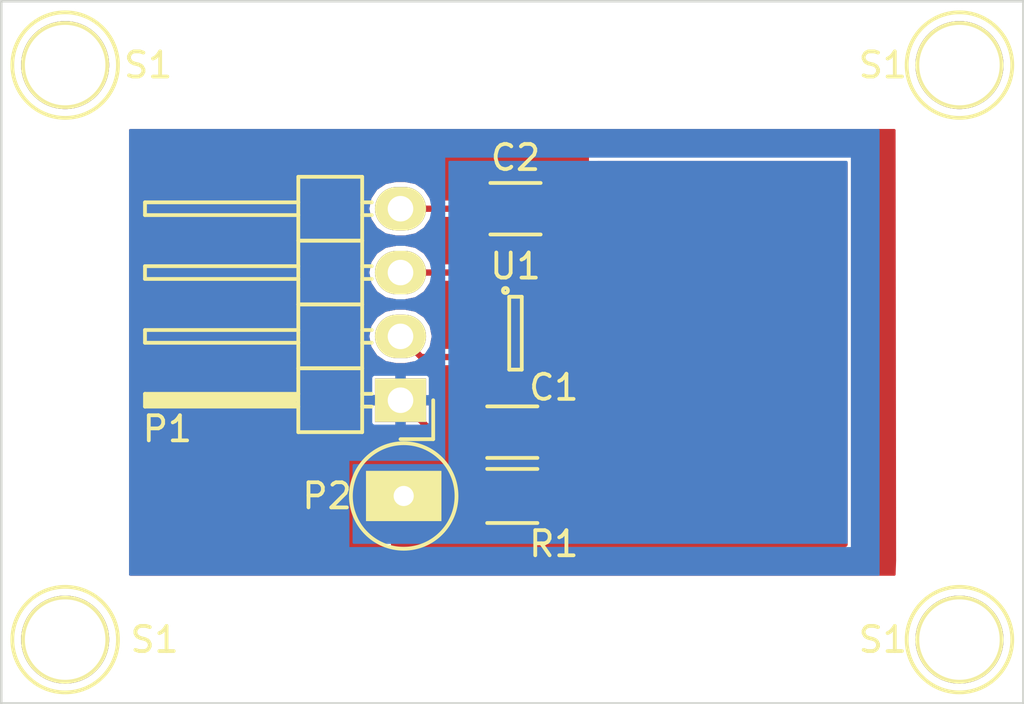
<source format=kicad_pcb>
(kicad_pcb (version 4) (host pcbnew 4.0.2+dfsg1-stable)

  (general
    (links 11)
    (no_connects 0)
    (area 15.189999 15.189999 55.930001 43.230001)
    (thickness 1.6)
    (drawings 4)
    (tracks 24)
    (zones 0)
    (modules 10)
    (nets 7)
  )

  (page A4)
  (title_block
    (title "Capasitive sensor for fpga")
    (date 2017-01-21)
    (rev 0,1)
    (company Holotronic)
  )

  (layers
    (0 F.Cu signal)
    (31 B.Cu signal hide)
    (32 B.Adhes user)
    (33 F.Adhes user)
    (34 B.Paste user)
    (35 F.Paste user)
    (36 B.SilkS user)
    (37 F.SilkS user)
    (38 B.Mask user)
    (39 F.Mask user)
    (40 Dwgs.User user)
    (41 Cmts.User user)
    (42 Eco1.User user)
    (43 Eco2.User user)
    (44 Edge.Cuts user)
    (45 Margin user)
    (46 B.CrtYd user)
    (47 F.CrtYd user)
    (48 B.Fab user)
    (49 F.Fab user)
  )

  (setup
    (last_trace_width 0.25)
    (trace_clearance 0.2)
    (zone_clearance 0.1)
    (zone_45_only no)
    (trace_min 0.2)
    (segment_width 0.2)
    (edge_width 0.1)
    (via_size 0.6)
    (via_drill 0.4)
    (via_min_size 0.4)
    (via_min_drill 0.3)
    (uvia_size 0.3)
    (uvia_drill 0.1)
    (uvias_allowed no)
    (uvia_min_size 0.2)
    (uvia_min_drill 0.1)
    (pcb_text_width 0.3)
    (pcb_text_size 1.5 1.5)
    (mod_edge_width 0.15)
    (mod_text_size 1 1)
    (mod_text_width 0.15)
    (pad_size 4.064 4.064)
    (pad_drill 0.8)
    (pad_to_mask_clearance 0)
    (aux_axis_origin -54.61 67.31)
    (visible_elements FFFFFFFF)
    (pcbplotparams
      (layerselection 0x01000_80000001)
      (usegerberextensions false)
      (excludeedgelayer true)
      (linewidth 0.100000)
      (plotframeref false)
      (viasonmask false)
      (mode 1)
      (useauxorigin true)
      (hpglpennumber 1)
      (hpglpenspeed 20)
      (hpglpendiameter 15)
      (hpglpenoverlay 2)
      (psnegative false)
      (psa4output false)
      (plotreference false)
      (plotvalue false)
      (plotinvisibletext false)
      (padsonsilk false)
      (subtractmaskfromsilk false)
      (outputformat 1)
      (mirror false)
      (drillshape 0)
      (scaleselection 1)
      (outputdirectory gerbers/))
  )

  (net 0 "")
  (net 1 "Net-(C1-Pad1)")
  (net 2 GND)
  (net 3 VCC)
  (net 4 "Net-(P1-Pad2)")
  (net 5 "Net-(P1-Pad3)")
  (net 6 "Net-(R1-Pad2)")

  (net_class Default "This is the default net class."
    (clearance 0.2)
    (trace_width 0.25)
    (via_dia 0.6)
    (via_drill 0.4)
    (uvia_dia 0.3)
    (uvia_drill 0.1)
    (add_net GND)
    (add_net "Net-(C1-Pad1)")
    (add_net "Net-(P1-Pad2)")
    (add_net "Net-(P1-Pad3)")
    (add_net "Net-(R1-Pad2)")
    (add_net VCC)
  )

  (module touch:Screw_3mm (layer F.Cu) (tedit 587E1DBC) (tstamp 587E19E8)
    (at 17.78 17.78)
    (descr "module 1 pin (ou trou mecanique de percage)")
    (tags DEV)
    (path /587DAB5C)
    (fp_text reference S1 (at 3.302 0) (layer F.SilkS)
      (effects (font (size 1 1) (thickness 0.15)))
    )
    (fp_text value Screw (at -0.254 3.048) (layer F.Fab)
      (effects (font (size 1 1) (thickness 0.15)))
    )
    (fp_line (start 1 0) (end -1 0) (layer F.SilkS) (width 0.15))
    (fp_line (start 0 -1) (end 0 1) (layer F.SilkS) (width 0.15))
    (fp_circle (center 0 0) (end 0 -2.1) (layer F.SilkS) (width 0.15))
    (pad 1 thru_hole circle (at 0 0) (size 3.5 3.5) (drill 3.2) (layers *.Cu *.Mask F.SilkS))
  )

  (module touch:Screw_3mm (layer F.Cu) (tedit 587E1DA9) (tstamp 587E1A06)
    (at 53.34 40.64)
    (descr "module 1 pin (ou trou mecanique de percage)")
    (tags DEV)
    (path /587DAB5C)
    (fp_text reference S1 (at -3.048 0) (layer F.SilkS)
      (effects (font (size 1 1) (thickness 0.15)))
    )
    (fp_text value Screw (at 0 -3.048) (layer F.Fab)
      (effects (font (size 1 1) (thickness 0.15)))
    )
    (fp_line (start 1 0) (end -1 0) (layer F.SilkS) (width 0.15))
    (fp_line (start 0 -1) (end 0 1) (layer F.SilkS) (width 0.15))
    (fp_circle (center 0 0) (end 0 -2.1) (layer F.SilkS) (width 0.15))
    (pad 1 thru_hole circle (at 0 0) (size 3.5 3.5) (drill 3.2) (layers *.Cu *.Mask F.SilkS))
  )

  (module touch:Screw_3mm (layer F.Cu) (tedit 587E1D94) (tstamp 587E19FF)
    (at 53.34 17.78)
    (descr "module 1 pin (ou trou mecanique de percage)")
    (tags DEV)
    (path /587DAB5C)
    (fp_text reference S1 (at -3.048 0) (layer F.SilkS)
      (effects (font (size 1 1) (thickness 0.15)))
    )
    (fp_text value Screw (at 0 3.048) (layer F.Fab)
      (effects (font (size 1 1) (thickness 0.15)))
    )
    (fp_line (start 1 0) (end -1 0) (layer F.SilkS) (width 0.15))
    (fp_line (start 0 -1) (end 0 1) (layer F.SilkS) (width 0.15))
    (fp_circle (center 0 0) (end 0 -2.1) (layer F.SilkS) (width 0.15))
    (pad 1 thru_hole circle (at 0 0) (size 3.5 3.5) (drill 3.2) (layers *.Cu *.Mask F.SilkS))
  )

  (module touch:Screw_3mm (layer F.Cu) (tedit 587E1DC3) (tstamp 587E19F4)
    (at 17.78 40.64)
    (descr "module 1 pin (ou trou mecanique de percage)")
    (tags DEV)
    (path /587DAB5C)
    (fp_text reference S1 (at 3.556 0) (layer F.SilkS)
      (effects (font (size 1 1) (thickness 0.15)))
    )
    (fp_text value Screw (at -0.254 -3.048) (layer F.Fab)
      (effects (font (size 1 1) (thickness 0.15)))
    )
    (fp_line (start 1 0) (end -1 0) (layer F.SilkS) (width 0.15))
    (fp_line (start 0 -1) (end 0 1) (layer F.SilkS) (width 0.15))
    (fp_circle (center 0 0) (end 0 -2.1) (layer F.SilkS) (width 0.15))
    (pad 1 thru_hole circle (at 0 0) (size 3.5 3.5) (drill 3.2) (layers *.Cu *.Mask F.SilkS))
  )

  (module Capacitors_SMD:C_1206 (layer F.Cu) (tedit 5883752C) (tstamp 587DB0B4)
    (at 35.56 32.385 180)
    (descr "Capacitor SMD 1206, reflow soldering, AVX (see smccp.pdf)")
    (tags "capacitor 1206")
    (path /587DABD1)
    (attr smd)
    (fp_text reference C1 (at -1.651 1.778 180) (layer F.SilkS)
      (effects (font (size 1 1) (thickness 0.15)))
    )
    (fp_text value 10p (at -3.302 -0.127 180) (layer F.Fab)
      (effects (font (size 1 1) (thickness 0.15)))
    )
    (fp_line (start -2.3 -1.15) (end 2.3 -1.15) (layer F.CrtYd) (width 0.05))
    (fp_line (start -2.3 1.15) (end 2.3 1.15) (layer F.CrtYd) (width 0.05))
    (fp_line (start -2.3 -1.15) (end -2.3 1.15) (layer F.CrtYd) (width 0.05))
    (fp_line (start 2.3 -1.15) (end 2.3 1.15) (layer F.CrtYd) (width 0.05))
    (fp_line (start 1 -1.025) (end -1 -1.025) (layer F.SilkS) (width 0.15))
    (fp_line (start -1 1.025) (end 1 1.025) (layer F.SilkS) (width 0.15))
    (pad 1 smd rect (at -1.5 0 180) (size 1 1.6) (layers F.Cu F.Paste F.Mask)
      (net 1 "Net-(C1-Pad1)"))
    (pad 2 smd rect (at 1.5 0 180) (size 1 1.6) (layers F.Cu F.Paste F.Mask)
      (net 2 GND))
    (model Capacitors_SMD.3dshapes/C_1206.wrl
      (at (xyz 0 0 0))
      (scale (xyz 1 1 1))
      (rotate (xyz 0 0 0))
    )
  )

  (module Capacitors_SMD:C_1206 (layer F.Cu) (tedit 58836FAB) (tstamp 587DB0BA)
    (at 35.687 23.495)
    (descr "Capacitor SMD 1206, reflow soldering, AVX (see smccp.pdf)")
    (tags "capacitor 1206")
    (path /587D87A0)
    (attr smd)
    (fp_text reference C2 (at 0 -2.032) (layer F.SilkS)
      (effects (font (size 1 1) (thickness 0.15)))
    )
    (fp_text value 0,1u (at 2.794 -2.413) (layer F.Fab)
      (effects (font (size 1 1) (thickness 0.15)))
    )
    (fp_line (start -2.3 -1.15) (end 2.3 -1.15) (layer F.CrtYd) (width 0.05))
    (fp_line (start -2.3 1.15) (end 2.3 1.15) (layer F.CrtYd) (width 0.05))
    (fp_line (start -2.3 -1.15) (end -2.3 1.15) (layer F.CrtYd) (width 0.05))
    (fp_line (start 2.3 -1.15) (end 2.3 1.15) (layer F.CrtYd) (width 0.05))
    (fp_line (start 1 -1.025) (end -1 -1.025) (layer F.SilkS) (width 0.15))
    (fp_line (start -1 1.025) (end 1 1.025) (layer F.SilkS) (width 0.15))
    (pad 1 smd rect (at -1.5 0) (size 1 1.6) (layers F.Cu F.Paste F.Mask)
      (net 3 VCC))
    (pad 2 smd rect (at 1.5 0) (size 1 1.6) (layers F.Cu F.Paste F.Mask)
      (net 2 GND))
    (model Capacitors_SMD.3dshapes/C_1206.wrl
      (at (xyz 0 0 0))
      (scale (xyz 1 1 1))
      (rotate (xyz 0 0 0))
    )
  )

  (module Resistors_SMD:R_1206 (layer F.Cu) (tedit 58837545) (tstamp 587DB0CD)
    (at 35.56 34.925)
    (descr "Resistor SMD 1206, reflow soldering, Vishay (see dcrcw.pdf)")
    (tags "resistor 1206")
    (path /587DAB17)
    (attr smd)
    (fp_text reference R1 (at 1.651 1.905) (layer F.SilkS)
      (effects (font (size 1 1) (thickness 0.15)))
    )
    (fp_text value 2k (at 3.302 0.127) (layer F.Fab)
      (effects (font (size 1 1) (thickness 0.15)))
    )
    (fp_line (start -2.2 -1.2) (end 2.2 -1.2) (layer F.CrtYd) (width 0.05))
    (fp_line (start -2.2 1.2) (end 2.2 1.2) (layer F.CrtYd) (width 0.05))
    (fp_line (start -2.2 -1.2) (end -2.2 1.2) (layer F.CrtYd) (width 0.05))
    (fp_line (start 2.2 -1.2) (end 2.2 1.2) (layer F.CrtYd) (width 0.05))
    (fp_line (start 1 1.075) (end -1 1.075) (layer F.SilkS) (width 0.15))
    (fp_line (start -1 -1.075) (end 1 -1.075) (layer F.SilkS) (width 0.15))
    (pad 1 smd rect (at -1.45 0) (size 0.9 1.7) (layers F.Cu F.Paste F.Mask)
      (net 1 "Net-(C1-Pad1)"))
    (pad 2 smd rect (at 1.45 0) (size 0.9 1.7) (layers F.Cu F.Paste F.Mask)
      (net 6 "Net-(R1-Pad2)"))
    (model Resistors_SMD.3dshapes/R_1206.wrl
      (at (xyz 0 0 0))
      (scale (xyz 1 1 1))
      (rotate (xyz 0 0 0))
    )
  )

  (module TO_SOT_Packages_SMD:SOT-23-6 (layer F.Cu) (tedit 58836FBC) (tstamp 587DB167)
    (at 35.687 28.448)
    (descr "6-pin SOT-23 package")
    (tags SOT-23-6)
    (path /587D8557)
    (attr smd)
    (fp_text reference U1 (at 0 -2.667) (layer F.SilkS)
      (effects (font (size 1 1) (thickness 0.15)))
    )
    (fp_text value 74LVC2G17 (at 1.524 -1.524 180) (layer F.Fab)
      (effects (font (size 1 1) (thickness 0.15)))
    )
    (fp_circle (center -0.4 -1.7) (end -0.3 -1.7) (layer F.SilkS) (width 0.15))
    (fp_line (start 0.25 -1.45) (end -0.25 -1.45) (layer F.SilkS) (width 0.15))
    (fp_line (start 0.25 1.45) (end 0.25 -1.45) (layer F.SilkS) (width 0.15))
    (fp_line (start -0.25 1.45) (end 0.25 1.45) (layer F.SilkS) (width 0.15))
    (fp_line (start -0.25 -1.45) (end -0.25 1.45) (layer F.SilkS) (width 0.15))
    (pad 1 smd rect (at -1.1 -0.95) (size 1.06 0.65) (layers F.Cu F.Paste F.Mask)
      (net 1 "Net-(C1-Pad1)"))
    (pad 2 smd rect (at -1.1 0) (size 1.06 0.65) (layers F.Cu F.Paste F.Mask)
      (net 2 GND))
    (pad 3 smd rect (at -1.1 0.95) (size 1.06 0.65) (layers F.Cu F.Paste F.Mask)
      (net 4 "Net-(P1-Pad2)"))
    (pad 4 smd rect (at 1.1 0.95) (size 1.06 0.65) (layers F.Cu F.Paste F.Mask)
      (net 6 "Net-(R1-Pad2)"))
    (pad 6 smd rect (at 1.1 -0.95) (size 1.06 0.65) (layers F.Cu F.Paste F.Mask)
      (net 5 "Net-(P1-Pad3)"))
    (pad 5 smd rect (at 1.1 0) (size 1.06 0.65) (layers F.Cu F.Paste F.Mask)
      (net 3 VCC))
    (model TO_SOT_Packages_SMD.3dshapes/SOT-23-6.wrl
      (at (xyz 0 0 0))
      (scale (xyz 1 1 1))
      (rotate (xyz 0 0 0))
    )
  )

  (module Fuses:1pin_pad_s (layer F.Cu) (tedit 587E3646) (tstamp 587DEA43)
    (at 31.242 34.925)
    (descr "module 1 pin (ou trou mecanique de percage)")
    (tags DEV)
    (path /587DAB5C)
    (fp_text reference P2 (at -3.048 0) (layer F.SilkS)
      (effects (font (size 1 1) (thickness 0.15)))
    )
    (fp_text value Sense_Pad (at 12.827 -5.461) (layer F.Fab)
      (effects (font (size 1 1) (thickness 0.15)))
    )
    (fp_circle (center 0 0) (end 0 -2.1) (layer F.SilkS) (width 0.15))
    (pad 1 thru_hole rect (at 0 0) (size 3 2) (drill 0.8) (layers *.Cu *.Mask F.SilkS)
      (net 1 "Net-(C1-Pad1)"))
  )

  (module Pin_Headers:Pin_Header_Angled_1x04 (layer F.Cu) (tedit 587E35ED) (tstamp 587E14FC)
    (at 31.115 31.115 180)
    (descr "Through hole pin header")
    (tags "pin header")
    (path /587DACE7)
    (fp_text reference P1 (at 9.271 -1.143 180) (layer F.SilkS)
      (effects (font (size 1 1) (thickness 0.15)))
    )
    (fp_text value CONN_01X04 (at 4.064 10.16 180) (layer F.Fab)
      (effects (font (size 1 1) (thickness 0.15)))
    )
    (fp_line (start -1.5 -1.75) (end -1.5 9.4) (layer F.CrtYd) (width 0.05))
    (fp_line (start 10.65 -1.75) (end 10.65 9.4) (layer F.CrtYd) (width 0.05))
    (fp_line (start -1.5 -1.75) (end 10.65 -1.75) (layer F.CrtYd) (width 0.05))
    (fp_line (start -1.5 9.4) (end 10.65 9.4) (layer F.CrtYd) (width 0.05))
    (fp_line (start -1.3 -1.55) (end -1.3 0) (layer F.SilkS) (width 0.15))
    (fp_line (start 0 -1.55) (end -1.3 -1.55) (layer F.SilkS) (width 0.15))
    (fp_line (start 4.191 -0.127) (end 10.033 -0.127) (layer F.SilkS) (width 0.15))
    (fp_line (start 10.033 -0.127) (end 10.033 0.127) (layer F.SilkS) (width 0.15))
    (fp_line (start 10.033 0.127) (end 4.191 0.127) (layer F.SilkS) (width 0.15))
    (fp_line (start 4.191 0.127) (end 4.191 0) (layer F.SilkS) (width 0.15))
    (fp_line (start 4.191 0) (end 10.033 0) (layer F.SilkS) (width 0.15))
    (fp_line (start 1.524 -0.254) (end 1.143 -0.254) (layer F.SilkS) (width 0.15))
    (fp_line (start 1.524 0.254) (end 1.143 0.254) (layer F.SilkS) (width 0.15))
    (fp_line (start 1.524 2.286) (end 1.143 2.286) (layer F.SilkS) (width 0.15))
    (fp_line (start 1.524 2.794) (end 1.143 2.794) (layer F.SilkS) (width 0.15))
    (fp_line (start 1.524 4.826) (end 1.143 4.826) (layer F.SilkS) (width 0.15))
    (fp_line (start 1.524 5.334) (end 1.143 5.334) (layer F.SilkS) (width 0.15))
    (fp_line (start 1.524 7.874) (end 1.143 7.874) (layer F.SilkS) (width 0.15))
    (fp_line (start 1.524 7.366) (end 1.143 7.366) (layer F.SilkS) (width 0.15))
    (fp_line (start 1.524 -1.27) (end 4.064 -1.27) (layer F.SilkS) (width 0.15))
    (fp_line (start 1.524 1.27) (end 4.064 1.27) (layer F.SilkS) (width 0.15))
    (fp_line (start 1.524 1.27) (end 1.524 3.81) (layer F.SilkS) (width 0.15))
    (fp_line (start 1.524 3.81) (end 4.064 3.81) (layer F.SilkS) (width 0.15))
    (fp_line (start 4.064 2.286) (end 10.16 2.286) (layer F.SilkS) (width 0.15))
    (fp_line (start 10.16 2.286) (end 10.16 2.794) (layer F.SilkS) (width 0.15))
    (fp_line (start 10.16 2.794) (end 4.064 2.794) (layer F.SilkS) (width 0.15))
    (fp_line (start 4.064 3.81) (end 4.064 1.27) (layer F.SilkS) (width 0.15))
    (fp_line (start 4.064 1.27) (end 4.064 -1.27) (layer F.SilkS) (width 0.15))
    (fp_line (start 10.16 0.254) (end 4.064 0.254) (layer F.SilkS) (width 0.15))
    (fp_line (start 10.16 -0.254) (end 10.16 0.254) (layer F.SilkS) (width 0.15))
    (fp_line (start 4.064 -0.254) (end 10.16 -0.254) (layer F.SilkS) (width 0.15))
    (fp_line (start 1.524 1.27) (end 4.064 1.27) (layer F.SilkS) (width 0.15))
    (fp_line (start 1.524 -1.27) (end 1.524 1.27) (layer F.SilkS) (width 0.15))
    (fp_line (start 1.524 6.35) (end 4.064 6.35) (layer F.SilkS) (width 0.15))
    (fp_line (start 1.524 6.35) (end 1.524 8.89) (layer F.SilkS) (width 0.15))
    (fp_line (start 1.524 8.89) (end 4.064 8.89) (layer F.SilkS) (width 0.15))
    (fp_line (start 4.064 7.366) (end 10.16 7.366) (layer F.SilkS) (width 0.15))
    (fp_line (start 10.16 7.366) (end 10.16 7.874) (layer F.SilkS) (width 0.15))
    (fp_line (start 10.16 7.874) (end 4.064 7.874) (layer F.SilkS) (width 0.15))
    (fp_line (start 4.064 8.89) (end 4.064 6.35) (layer F.SilkS) (width 0.15))
    (fp_line (start 4.064 6.35) (end 4.064 3.81) (layer F.SilkS) (width 0.15))
    (fp_line (start 10.16 5.334) (end 4.064 5.334) (layer F.SilkS) (width 0.15))
    (fp_line (start 10.16 4.826) (end 10.16 5.334) (layer F.SilkS) (width 0.15))
    (fp_line (start 4.064 4.826) (end 10.16 4.826) (layer F.SilkS) (width 0.15))
    (fp_line (start 1.524 6.35) (end 4.064 6.35) (layer F.SilkS) (width 0.15))
    (fp_line (start 1.524 3.81) (end 1.524 6.35) (layer F.SilkS) (width 0.15))
    (fp_line (start 1.524 3.81) (end 4.064 3.81) (layer F.SilkS) (width 0.15))
    (pad 1 thru_hole rect (at 0 0 180) (size 2.032 1.7272) (drill 1.016) (layers *.Cu *.Mask F.SilkS)
      (net 2 GND))
    (pad 2 thru_hole oval (at 0 2.54 180) (size 2.032 1.7272) (drill 1.016) (layers *.Cu *.Mask F.SilkS)
      (net 4 "Net-(P1-Pad2)"))
    (pad 3 thru_hole oval (at 0 5.08 180) (size 2.032 1.7272) (drill 1.016) (layers *.Cu *.Mask F.SilkS)
      (net 5 "Net-(P1-Pad3)"))
    (pad 4 thru_hole oval (at 0 7.62 180) (size 2.032 1.7272) (drill 1.016) (layers *.Cu *.Mask F.SilkS)
      (net 3 VCC))
    (model Pin_Headers.3dshapes/Pin_Header_Angled_1x04.wrl
      (at (xyz 0 -0.15 0))
      (scale (xyz 1 1 1))
      (rotate (xyz 0 0 90))
    )
  )

  (gr_line (start 55.88 15.24) (end 15.24 15.24) (angle 90) (layer Edge.Cuts) (width 0.1))
  (gr_line (start 55.88 43.18) (end 55.88 15.24) (angle 90) (layer Edge.Cuts) (width 0.1))
  (gr_line (start 15.24 43.18) (end 55.88 43.18) (angle 90) (layer Edge.Cuts) (width 0.1))
  (gr_line (start 15.24 15.24) (end 15.24 43.18) (angle 90) (layer Edge.Cuts) (width 0.1))

  (segment (start 34.11 34.925) (end 34.11 34.573) (width 0.25) (layer F.Cu) (net 1) (status 30))
  (segment (start 34.11 34.573) (end 37.06 32.385) (width 0.25) (layer F.Cu) (net 1) (tstamp 587DC15F) (status 20))
  (segment (start 31.242 34.925) (end 34.11 34.925) (width 0.25) (layer F.Cu) (net 1) (status 10))
  (segment (start 34.587 27.498) (end 35.4482 27.498) (width 0.25) (layer F.Cu) (net 1))
  (segment (start 35.687 29.742) (end 37.06 32.385) (width 0.25) (layer F.Cu) (net 1) (tstamp 587DB815) (status 20))
  (segment (start 35.687 27.7368) (end 35.687 29.742) (width 0.25) (layer F.Cu) (net 1) (tstamp 587DB808))
  (segment (start 35.4482 27.498) (end 35.687 27.7368) (width 0.25) (layer F.Cu) (net 1) (tstamp 587DB800))
  (segment (start 31.115 31.115) (end 32.385 32.385) (width 0.25) (layer F.Cu) (net 2))
  (segment (start 32.385 32.385) (end 34.06 32.385) (width 0.25) (layer F.Cu) (net 2) (tstamp 587E15BB))
  (segment (start 34.46 28.321) (end 34.587 28.448) (width 0.25) (layer F.Cu) (net 2) (tstamp 587DE086))
  (segment (start 36.787 28.448) (end 37.719 28.448) (width 0.25) (layer F.Cu) (net 3))
  (segment (start 37.9476 26.1126) (end 34.187 23.495) (width 0.25) (layer F.Cu) (net 3) (tstamp 587DB7AA) (status 20))
  (segment (start 37.9476 28.2194) (end 37.9476 26.1126) (width 0.25) (layer F.Cu) (net 3) (tstamp 587DB7A3))
  (segment (start 37.719 28.448) (end 37.9476 28.2194) (width 0.25) (layer F.Cu) (net 3) (tstamp 587DB796))
  (segment (start 34.187 23.495) (end 31.115 23.495) (width 0.25) (layer F.Cu) (net 3) (status 10))
  (segment (start 31.115 28.575) (end 31.938 29.398) (width 0.25) (layer F.Cu) (net 4))
  (segment (start 31.938 29.398) (end 34.587 29.398) (width 0.25) (layer F.Cu) (net 4) (tstamp 587DB768))
  (segment (start 35.324 26.035) (end 31.115 26.035) (width 0.25) (layer F.Cu) (net 5) (tstamp 587DB782))
  (segment (start 36.787 27.498) (end 35.324 26.035) (width 0.25) (layer F.Cu) (net 5))
  (segment (start 36.787 29.398) (end 36.787 30.287) (width 0.25) (layer F.Cu) (net 6))
  (segment (start 36.787 30.287) (end 37.973 31.496) (width 0.25) (layer F.Cu) (net 6) (tstamp 587DDAE8))
  (segment (start 37.973 31.496) (end 37.973 31.496) (width 0.25) (layer F.Cu) (net 6) (tstamp 587DDADA))
  (segment (start 37.01 34.925) (end 38.026 34.5186) (width 0.25) (layer F.Cu) (net 6) (status 10))
  (segment (start 38.026 34.5186) (end 37.973 31.496) (width 0.25) (layer F.Cu) (net 6) (tstamp 587DDAC7))

  (zone (net 1) (net_name "Net-(C1-Pad1)") (layer B.Cu) (tstamp 587DCD56) (hatch edge 0.508)
    (connect_pads yes (clearance 0.1))
    (min_thickness 0.1)
    (fill yes (arc_segments 16) (thermal_gap 0.108) (thermal_bridge_width 0.408))
    (polygon
      (pts
        (xy 48.895 36.83) (xy 29.21 36.83) (xy 29.21 33.655) (xy 33.02 33.655) (xy 33.02 21.59)
        (xy 48.895 21.59) (xy 48.895 36.83)
      )
    )
    (filled_polygon
      (pts
        (xy 48.845 36.78) (xy 29.26 36.78) (xy 29.26 33.705) (xy 33.02 33.705) (xy 33.039453 33.701061)
        (xy 33.05584 33.689864) (xy 33.066581 33.673173) (xy 33.07 33.655) (xy 33.07 21.64) (xy 48.845 21.64)
      )
    )
  )
  (zone (net 2) (net_name GND) (layer B.Cu) (tstamp 587DD60E) (hatch edge 0.508)
    (connect_pads (clearance 0.1))
    (min_thickness 0.1)
    (fill yes (arc_segments 16) (thermal_gap 0.108) (thermal_bridge_width 0.408))
    (polygon
      (pts
        (xy 50.165 38.1) (xy 20.32 38.1) (xy 20.32 20.32) (xy 50.165 20.32) (xy 50.165 38.1)
      )
    )
    (polygon
      (pts        (xy 32.893 21.463) (xy 32.893 33.528) (xy 29.083 33.528) (xy 29.083 36.957) (xy 49.022 36.957)
        (xy 49.022 21.463) (xy 32.893 21.463)
      )
    )
    (filled_polygon
      (pts
        (xy 50.115 38.05) (xy 20.37 38.05) (xy 20.37 33.528) (xy 29.033 33.528) (xy 29.033 36.957)
        (xy 29.036939 36.976453) (xy 29.048136 36.99284) (xy 29.064827 37.003581) (xy 29.083 37.007) (xy 49.022 37.007)
        (xy 49.041453 37.003061) (xy 49.05784 36.991864) (xy 49.068581 36.975173) (xy 49.072 36.957) (xy 49.072 21.463)
        (xy 49.068061 21.443547) (xy 49.056864 21.42716) (xy 49.040173 21.416419) (xy 49.022 21.413) (xy 32.893 21.413)
        (xy 32.873547 21.416939) (xy 32.85716 21.428136) (xy 32.846419 21.444827) (xy 32.843 21.463) (xy 32.843 33.478)
        (xy 29.083 33.478) (xy 29.063547 33.481939) (xy 29.04716 33.493136) (xy 29.036419 33.509827) (xy 29.033 33.528)
        (xy 20.37 33.528) (xy 20.37 31.3085) (xy 29.941 31.3085) (xy 29.941 32.010028) (xy 29.965054 32.0681)
        (xy 30.0095 32.112546) (xy 30.067572 32.1366) (xy 30.9215 32.1366) (xy 30.961 32.0971) (xy 30.961 31.269)
        (xy 31.269 31.269) (xy 31.269 32.0971) (xy 31.3085 32.1366) (xy 32.162428 32.1366) (xy 32.2205 32.112546)
        (xy 32.264946 32.0681) (xy 32.289 32.010028) (xy 32.289 31.3085) (xy 32.2495 31.269) (xy 31.269 31.269)
        (xy 30.961 31.269) (xy 29.9805 31.269) (xy 29.941 31.3085) (xy 20.37 31.3085) (xy 20.37 30.219972)
        (xy 29.941 30.219972) (xy 29.941 30.9215) (xy 29.9805 30.961) (xy 30.961 30.961) (xy 30.961 30.1329)
        (xy 31.269 30.1329) (xy 31.269 30.961) (xy 32.2495 30.961) (xy 32.289 30.9215) (xy 32.289 30.219972)
        (xy 32.264946 30.1619) (xy 32.2205 30.117454) (xy 32.162428 30.0934) (xy 31.3085 30.0934) (xy 31.269 30.1329)
        (xy 30.961 30.1329) (xy 30.9215 30.0934) (xy 30.067572 30.0934) (xy 30.0095 30.117454) (xy 29.965054 30.1619)
        (xy 29.941 30.219972) (xy 20.37 30.219972) (xy 20.37 28.575) (xy 29.824198 28.575) (xy 29.908966 29.001156)
        (xy 30.150364 29.362434) (xy 30.511642 29.603832) (xy 30.937798 29.6886) (xy 31.292202 29.6886) (xy 31.718358 29.603832)
        (xy 32.079636 29.362434) (xy 32.321034 29.001156) (xy 32.405802 28.575) (xy 32.321034 28.148844) (xy 32.079636 27.787566)
        (xy 31.718358 27.546168) (xy 31.292202 27.4614) (xy 30.937798 27.4614) (xy 30.511642 27.546168) (xy 30.150364 27.787566)
        (xy 29.908966 28.148844) (xy 29.824198 28.575) (xy 20.37 28.575) (xy 20.37 26.035) (xy 29.824198 26.035)
        (xy 29.908966 26.461156) (xy 30.150364 26.822434) (xy 30.511642 27.063832) (xy 30.937798 27.1486) (xy 31.292202 27.1486)
        (xy 31.718358 27.063832) (xy 32.079636 26.822434) (xy 32.321034 26.461156) (xy 32.405802 26.035) (xy 32.321034 25.608844)
        (xy 32.079636 25.247566) (xy 31.718358 25.006168) (xy 31.292202 24.9214) (xy 30.937798 24.9214) (xy 30.511642 25.006168)
        (xy 30.150364 25.247566) (xy 29.908966 25.608844) (xy 29.824198 26.035) (xy 20.37 26.035) (xy 20.37 23.495)
        (xy 29.824198 23.495) (xy 29.908966 23.921156) (xy 30.150364 24.282434) (xy 30.511642 24.523832) (xy 30.937798 24.6086)
        (xy 31.292202 24.6086) (xy 31.718358 24.523832) (xy 32.079636 24.282434) (xy 32.321034 23.921156) (xy 32.405802 23.495)
        (xy 32.321034 23.068844) (xy 32.079636 22.707566) (xy 31.718358 22.466168) (xy 31.292202 22.3814) (xy 30.937798 22.3814)
        (xy 30.511642 22.466168) (xy 30.150364 22.707566) (xy 29.908966 23.068844) (xy 29.824198 23.495) (xy 20.37 23.495)
        (xy 20.37 20.37) (xy 50.115 20.37)
      )
    )
  )
  (zone (net 1) (net_name "Net-(C1-Pad1)") (layer F.Cu) (tstamp 587DDDFD) (hatch edge 0.508)
    (connect_pads yes (clearance 0.1))
    (min_thickness 0.2)
    (fill yes (arc_segments 16) (thermal_gap 0.108) (thermal_bridge_width 0.408))
    (polygon
      (pts
        (xy 48.895 36.957) (xy 30.734 36.957) (xy 30.734 34.798) (xy 34.544 34.798) (xy 34.544 35.941)
        (xy 38.862 35.941) (xy 38.862 21.59) (xy 48.895 21.59)
      )
    )
    (filled_polygon
      (pts
        (xy 48.795 36.857) (xy 30.834 36.857) (xy 30.834 34.898) (xy 34.444 34.898) (xy 34.444 35.941)
        (xy 34.451879 35.979906) (xy 34.474273 36.012681) (xy 34.507654 36.034161) (xy 34.544 36.041) (xy 36.417905 36.041)
        (xy 36.440997 36.056778) (xy 36.56 36.080877) (xy 37.46 36.080877) (xy 37.571173 36.059958) (xy 37.600635 36.041)
        (xy 38.862 36.041) (xy 38.900906 36.033121) (xy 38.933681 36.010727) (xy 38.955161 35.977346) (xy 38.962 35.941)
        (xy 38.962 21.69) (xy 48.795 21.69)
      )
    )
  )
  (zone (net 2) (net_name GND) (layer F.Cu) (tstamp 587DDEA0) (hatch edge 0.508)
    (connect_pads (clearance 0.1))
    (min_thickness 0.1)
    (fill yes (arc_segments 16) (thermal_gap 0.208) (thermal_bridge_width 0.408))
    (polygon
      (pts
        (xy 50.821821 37.489003) (xy 50.8 38.1) (xy 20.32 38.1) (xy 20.32 20.32) (xy 50.8 20.32)
        (xy 50.821821 37.489003)
      )
    )
    (polygon
      (pts        (xy 38.608 21.336) (xy 38.608 34.671) (xy 30.48 34.671) (xy 30.48 37.211) (xy 49.149 37.211)
        (xy 49.149 21.336) (xy 38.608 21.336)
      )
    )
    (polygon
      (pts        (xy 30.988 30.988) (xy 31.115 31.115) (xy 31.115 30.988) (xy 32.892887 30.957866) (xy 30.988 30.988)
      )
    )
    (polygon
      (pts        (xy 32.892887 30.957866) (xy 38.1 30.875494) (xy 38.1 30.86961) (xy 32.892887 30.957866)
      )
    )
    (filled_polygon
      (pts
        (xy 50.77182 37.488147) (xy 50.751754 38.05) (xy 20.37 38.05) (xy 20.37 33.925) (xy 29.487103 33.925)
        (xy 29.487103 35.925) (xy 29.504535 36.017644) (xy 29.559288 36.102732) (xy 29.642831 36.159815) (xy 29.742 36.179897)
        (xy 30.43 36.179897) (xy 30.43 37.211) (xy 30.433939 37.230453) (xy 30.445136 37.24684) (xy 30.461827 37.257581)
        (xy 30.48 37.261) (xy 49.149 37.261) (xy 49.168453 37.257061) (xy 49.18484 37.245864) (xy 49.195581 37.229173)
        (xy 49.199 37.211) (xy 49.199 21.336) (xy 49.195061 21.316547) (xy 49.183864 21.30016) (xy 49.167173 21.289419)
        (xy 49.149 21.286) (xy 38.608 21.286) (xy 38.588547 21.289939) (xy 38.57216 21.301136) (xy 38.561419 21.317827)
        (xy 38.558 21.336) (xy 38.558 34.621) (xy 38.381246 34.621) (xy 38.38696 34.589386) (xy 38.400972 34.523172)
        (xy 38.399934 34.517601) (xy 38.400942 34.512026) (xy 38.347942 31.489426) (xy 38.333476 31.422822) (xy 38.320817 31.355827)
        (xy 38.319813 31.354292) (xy 38.319455 31.352494) (xy 38.317596 31.349712) (xy 38.316886 31.346442) (xy 38.278026 31.290435)
        (xy 38.240699 31.233394) (xy 37.941128 30.928014) (xy 38.100791 30.925488) (xy 38.120179 30.921241) (xy 38.136387 30.909786)
        (xy 38.146862 30.892928) (xy 38.15 30.875494) (xy 38.15 30.86961) (xy 38.146061 30.850157) (xy 38.134864 30.83377)
        (xy 38.118173 30.823029) (xy 38.099153 30.819617) (xy 37.839117 30.824024) (xy 37.162 30.133776) (xy 37.162 29.977897)
        (xy 37.317 29.977897) (xy 37.409644 29.960465) (xy 37.494732 29.905712) (xy 37.551815 29.822169) (xy 37.571897 29.723)
        (xy 37.571897 29.073) (xy 37.554465 28.980356) (xy 37.517327 28.922643) (xy 37.551815 28.872169) (xy 37.561772 28.823)
        (xy 37.719 28.823) (xy 37.862507 28.794455) (xy 37.984165 28.713165) (xy 38.212765 28.484565) (xy 38.294055 28.362907)
        (xy 38.3226 28.2194) (xy 38.3226 26.1126) (xy 38.316085 26.079844) (xy 38.31672 26.046452) (xy 38.301949 26.008779)
        (xy 38.294055 25.969094) (xy 38.275501 25.941326) (xy 38.263309 25.910231) (xy 38.235244 25.881077) (xy 38.212765 25.847435)
        (xy 38.184998 25.828882) (xy 38.161834 25.804819) (xy 35.157322 23.7135) (xy 36.429 23.7135) (xy 36.429 24.34632)
        (xy 36.468278 24.441146) (xy 36.540855 24.513722) (xy 36.635681 24.553) (xy 36.9685 24.553) (xy 37.033 24.4885)
        (xy 37.033 23.649) (xy 37.341 23.649) (xy 37.341 24.4885) (xy 37.4055 24.553) (xy 37.738319 24.553)
        (xy 37.833145 24.513722) (xy 37.905722 24.441146) (xy 37.945 24.34632) (xy 37.945 23.7135) (xy 37.8805 23.649)
        (xy 37.341 23.649) (xy 37.033 23.649) (xy 36.4935 23.649) (xy 36.429 23.7135) (xy 35.157322 23.7135)
        (xy 34.941897 23.563552) (xy 34.941897 22.695) (xy 34.932241 22.64368) (xy 36.429 22.64368) (xy 36.429 23.2765)
        (xy 36.4935 23.341) (xy 37.033 23.341) (xy 37.033 22.5015) (xy 37.341 22.5015) (xy 37.341 23.341)
        (xy 37.8805 23.341) (xy 37.945 23.2765) (xy 37.945 22.64368) (xy 37.905722 22.548854) (xy 37.833145 22.476278)
        (xy 37.738319 22.437) (xy 37.4055 22.437) (xy 37.341 22.5015) (xy 37.033 22.5015) (xy 36.9685 22.437)
        (xy 36.635681 22.437) (xy 36.540855 22.476278) (xy 36.468278 22.548854) (xy 36.429 22.64368) (xy 34.932241 22.64368)
        (xy 34.924465 22.602356) (xy 34.869712 22.517268) (xy 34.786169 22.460185) (xy 34.687 22.440103) (xy 33.687 22.440103)
        (xy 33.594356 22.457535) (xy 33.509268 22.512288) (xy 33.452185 22.595831) (xy 33.432103 22.695) (xy 33.432103 23.12)
        (xy 32.33121 23.12) (xy 32.321034 23.068844) (xy 32.079636 22.707566) (xy 31.718358 22.466168) (xy 31.292202 22.3814)
        (xy 30.937798 22.3814) (xy 30.511642 22.466168) (xy 30.150364 22.707566) (xy 29.908966 23.068844) (xy 29.824198 23.495)
        (xy 29.908966 23.921156) (xy 30.150364 24.282434) (xy 30.511642 24.523832) (xy 30.937798 24.6086) (xy 31.292202 24.6086)
        (xy 31.718358 24.523832) (xy 32.079636 24.282434) (xy 32.321034 23.921156) (xy 32.33121 23.87) (xy 33.432103 23.87)
        (xy 33.432103 24.295) (xy 33.449535 24.387644) (xy 33.504288 24.472732) (xy 33.587831 24.529815) (xy 33.687 24.549897)
        (xy 34.687 24.549897) (xy 34.779644 24.532465) (xy 34.864732 24.477712) (xy 34.889769 24.441069) (xy 37.5726 26.308478)
        (xy 37.5726 28.06407) (xy 37.56367 28.073) (xy 37.562489 28.073) (xy 37.554465 28.030356) (xy 37.517327 27.972643)
        (xy 37.551815 27.922169) (xy 37.571897 27.823) (xy 37.571897 27.173) (xy 37.554465 27.080356) (xy 37.499712 26.995268)
        (xy 37.416169 26.938185) (xy 37.317 26.918103) (xy 36.737433 26.918103) (xy 35.589165 25.769835) (xy 35.467507 25.688545)
        (xy 35.324 25.66) (xy 32.33121 25.66) (xy 32.321034 25.608844) (xy 32.079636 25.247566) (xy 31.718358 25.006168)
        (xy 31.292202 24.9214) (xy 30.937798 24.9214) (xy 30.511642 25.006168) (xy 30.150364 25.247566) (xy 29.908966 25.608844)
        (xy 29.824198 26.035) (xy 29.908966 26.461156) (xy 30.150364 26.822434) (xy 30.511642 27.063832) (xy 30.937798 27.1486)
        (xy 31.292202 27.1486) (xy 31.718358 27.063832) (xy 32.079636 26.822434) (xy 32.321034 26.461156) (xy 32.33121 26.41)
        (xy 35.16867 26.41) (xy 36.002103 27.243433) (xy 36.002103 27.546372) (xy 35.952165 27.471635) (xy 35.713365 27.232835)
        (xy 35.591707 27.151545) (xy 35.4482 27.123) (xy 35.362489 27.123) (xy 35.354465 27.080356) (xy 35.299712 26.995268)
        (xy 35.216169 26.938185) (xy 35.117 26.918103) (xy 34.057 26.918103) (xy 33.964356 26.935535) (xy 33.879268 26.990288)
        (xy 33.822185 27.073831) (xy 33.802103 27.173) (xy 33.802103 27.823) (xy 33.819535 27.915644) (xy 33.85084 27.964293)
        (xy 33.838278 27.976854) (xy 33.799 28.07168) (xy 33.799 28.2295) (xy 33.8635 28.294) (xy 34.433 28.294)
        (xy 34.433 28.274) (xy 34.741 28.274) (xy 34.741 28.294) (xy 34.761 28.294) (xy 34.761 28.602)
        (xy 34.741 28.602) (xy 34.741 28.622) (xy 34.433 28.622) (xy 34.433 28.602) (xy 33.8635 28.602)
        (xy 33.799 28.6665) (xy 33.799 28.82432) (xy 33.838278 28.919146) (xy 33.850915 28.931783) (xy 33.822185 28.973831)
        (xy 33.812228 29.023) (xy 32.306438 29.023) (xy 32.321034 29.001156) (xy 32.405802 28.575) (xy 32.321034 28.148844)
        (xy 32.079636 27.787566) (xy 31.718358 27.546168) (xy 31.292202 27.4614) (xy 30.937798 27.4614) (xy 30.511642 27.546168)
        (xy 30.150364 27.787566) (xy 29.908966 28.148844) (xy 29.824198 28.575) (xy 29.908966 29.001156) (xy 30.150364 29.362434)
        (xy 30.511642 29.603832) (xy 30.937798 29.6886) (xy 31.292202 29.6886) (xy 31.630899 29.621229) (xy 31.672835 29.663165)
        (xy 31.794494 29.744455) (xy 31.938 29.773) (xy 33.811511 29.773) (xy 33.819535 29.815644) (xy 33.874288 29.900732)
        (xy 33.957831 29.957815) (xy 34.057 29.977897) (xy 35.117 29.977897) (xy 35.209644 29.960465) (xy 35.294732 29.905712)
        (xy 35.333328 29.849225) (xy 35.340545 29.885506) (xy 35.349651 29.899135) (xy 35.354224 29.914872) (xy 35.844081 30.857838)
        (xy 32.892096 30.907872) (xy 32.369359 30.916141) (xy 32.389 30.8965) (xy 32.389 30.20008) (xy 32.349722 30.105254)
        (xy 32.277145 30.032678) (xy 32.182319 29.9934) (xy 31.3335 29.9934) (xy 31.269 30.0579) (xy 31.269 30.933548)
        (xy 30.987209 30.938006) (xy 30.967821 30.942253) (xy 30.961 30.947074) (xy 30.961 30.0579) (xy 30.8965 29.9934)
        (xy 30.047681 29.9934) (xy 29.952855 30.032678) (xy 29.880278 30.105254) (xy 29.841 30.20008) (xy 29.841 30.8965)
        (xy 29.9055 30.961) (xy 30.947082 30.961) (xy 30.941138 30.970566) (xy 30.938047 30.990172) (xy 30.942828 31.009435)
        (xy 30.952645 31.023355) (xy 31.079645 31.150355) (xy 31.096185 31.161325) (xy 31.115691 31.164995) (xy 31.135087 31.160788)
        (xy 31.151319 31.149365) (xy 31.161827 31.132528) (xy 31.165 31.115) (xy 31.165 31.03716) (xy 32.893678 31.00786)
        (xy 35.897332 30.960345) (xy 36.305103 31.745297) (xy 36.305103 32.478016) (xy 34.495616 33.820103) (xy 33.66 33.820103)
        (xy 33.567356 33.837535) (xy 33.482268 33.892288) (xy 33.425185 33.975831) (xy 33.405103 34.075) (xy 33.405103 34.55)
        (xy 32.996897 34.55) (xy 32.996897 33.925) (xy 32.979465 33.832356) (xy 32.924712 33.747268) (xy 32.841169 33.690185)
        (xy 32.742 33.670103) (xy 29.742 33.670103) (xy 29.649356 33.687535) (xy 29.564268 33.742288) (xy 29.507185 33.825831)
        (xy 29.487103 33.925) (xy 20.37 33.925) (xy 20.37 32.6035) (xy 33.302 32.6035) (xy 33.302 33.23632)
        (xy 33.341278 33.331146) (xy 33.413855 33.403722) (xy 33.508681 33.443) (xy 33.8415 33.443) (xy 33.906 33.3785)
        (xy 33.906 32.539) (xy 34.214 32.539) (xy 34.214 33.3785) (xy 34.2785 33.443) (xy 34.611319 33.443)
        (xy 34.706145 33.403722) (xy 34.778722 33.331146) (xy 34.818 33.23632) (xy 34.818 32.6035) (xy 34.7535 32.539)
        (xy 34.214 32.539) (xy 33.906 32.539) (xy 33.3665 32.539) (xy 33.302 32.6035) (xy 20.37 32.6035)
        (xy 20.37 31.3335) (xy 29.841 31.3335) (xy 29.841 32.02992) (xy 29.880278 32.124746) (xy 29.952855 32.197322)
        (xy 30.047681 32.2366) (xy 30.8965 32.2366) (xy 30.961 32.1721) (xy 30.961 31.269) (xy 31.269 31.269)
        (xy 31.269 32.1721) (xy 31.3335 32.2366) (xy 32.182319 32.2366) (xy 32.277145 32.197322) (xy 32.349722 32.124746)
        (xy 32.389 32.02992) (xy 32.389 31.53368) (xy 33.302 31.53368) (xy 33.302 32.1665) (xy 33.3665 32.231)
        (xy 33.906 32.231) (xy 33.906 31.3915) (xy 34.214 31.3915) (xy 34.214 32.231) (xy 34.7535 32.231)
        (xy 34.818 32.1665) (xy 34.818 31.53368) (xy 34.778722 31.438854) (xy 34.706145 31.366278) (xy 34.611319 31.327)
        (xy 34.2785 31.327) (xy 34.214 31.3915) (xy 33.906 31.3915) (xy 33.8415 31.327) (xy 33.508681 31.327)
        (xy 33.413855 31.366278) (xy 33.341278 31.438854) (xy 33.302 31.53368) (xy 32.389 31.53368) (xy 32.389 31.3335)
        (xy 32.3245 31.269) (xy 31.269 31.269) (xy 30.961 31.269) (xy 29.9055 31.269) (xy 29.841 31.3335)
        (xy 20.37 31.3335) (xy 20.37 20.37) (xy 50.750063 20.37)
      )
    )
  )
)

</source>
